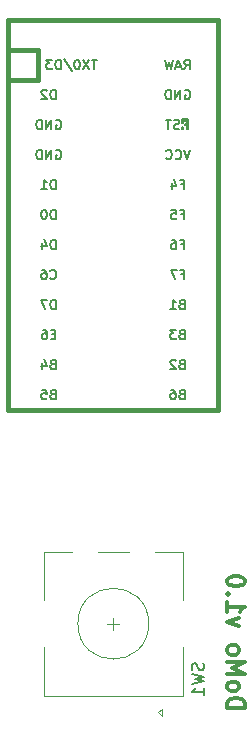
<source format=gbo>
G04 #@! TF.GenerationSoftware,KiCad,Pcbnew,(5.1.6-0-10_14)*
G04 #@! TF.CreationDate,2020-07-09T20:29:13-05:00*
G04 #@! TF.ProjectId,DoMo-pcb,446f4d6f-2d70-4636-922e-6b696361645f,rev?*
G04 #@! TF.SameCoordinates,Original*
G04 #@! TF.FileFunction,Legend,Bot*
G04 #@! TF.FilePolarity,Positive*
%FSLAX46Y46*%
G04 Gerber Fmt 4.6, Leading zero omitted, Abs format (unit mm)*
G04 Created by KiCad (PCBNEW (5.1.6-0-10_14)) date 2020-07-09 20:29:13*
%MOMM*%
%LPD*%
G01*
G04 APERTURE LIST*
%ADD10C,0.300000*%
%ADD11C,0.381000*%
%ADD12C,0.150000*%
%ADD13C,0.120000*%
%ADD14C,3.100000*%
%ADD15C,4.087800*%
%ADD16C,1.850000*%
%ADD17R,1.852600X1.852600*%
%ADD18C,1.852600*%
%ADD19R,2.100000X2.100000*%
%ADD20C,2.100000*%
%ADD21R,2.100000X3.300000*%
%ADD22O,1.800000X1.800000*%
%ADD23R,1.800000X1.800000*%
%ADD24C,2.300000*%
%ADD25R,1.878000X1.878000*%
%ADD26C,1.878000*%
G04 APERTURE END LIST*
D10*
X252527678Y-114279464D02*
X254027678Y-114279464D01*
X254027678Y-113922321D01*
X253956250Y-113708035D01*
X253813392Y-113565178D01*
X253670535Y-113493750D01*
X253384821Y-113422321D01*
X253170535Y-113422321D01*
X252884821Y-113493750D01*
X252741964Y-113565178D01*
X252599107Y-113708035D01*
X252527678Y-113922321D01*
X252527678Y-114279464D01*
X252527678Y-112565178D02*
X252599107Y-112708035D01*
X252670535Y-112779464D01*
X252813392Y-112850892D01*
X253241964Y-112850892D01*
X253384821Y-112779464D01*
X253456250Y-112708035D01*
X253527678Y-112565178D01*
X253527678Y-112350892D01*
X253456250Y-112208035D01*
X253384821Y-112136607D01*
X253241964Y-112065178D01*
X252813392Y-112065178D01*
X252670535Y-112136607D01*
X252599107Y-112208035D01*
X252527678Y-112350892D01*
X252527678Y-112565178D01*
X252527678Y-111422321D02*
X254027678Y-111422321D01*
X252956250Y-110922321D01*
X254027678Y-110422321D01*
X252527678Y-110422321D01*
X252527678Y-109493750D02*
X252599107Y-109636607D01*
X252670535Y-109708035D01*
X252813392Y-109779464D01*
X253241964Y-109779464D01*
X253384821Y-109708035D01*
X253456250Y-109636607D01*
X253527678Y-109493750D01*
X253527678Y-109279464D01*
X253456250Y-109136607D01*
X253384821Y-109065178D01*
X253241964Y-108993750D01*
X252813392Y-108993750D01*
X252670535Y-109065178D01*
X252599107Y-109136607D01*
X252527678Y-109279464D01*
X252527678Y-109493750D01*
X253527678Y-107350892D02*
X252527678Y-106993750D01*
X253527678Y-106636607D01*
X252527678Y-105279464D02*
X252527678Y-106136607D01*
X252527678Y-105708035D02*
X254027678Y-105708035D01*
X253813392Y-105850892D01*
X253670535Y-105993750D01*
X253599107Y-106136607D01*
X252670535Y-104636607D02*
X252599107Y-104565178D01*
X252527678Y-104636607D01*
X252599107Y-104708035D01*
X252670535Y-104636607D01*
X252527678Y-104636607D01*
X254027678Y-103636607D02*
X254027678Y-103493750D01*
X253956250Y-103350892D01*
X253884821Y-103279464D01*
X253741964Y-103208035D01*
X253456250Y-103136607D01*
X253099107Y-103136607D01*
X252813392Y-103208035D01*
X252670535Y-103279464D01*
X252599107Y-103350892D01*
X252527678Y-103493750D01*
X252527678Y-103636607D01*
X252599107Y-103779464D01*
X252670535Y-103850892D01*
X252813392Y-103922321D01*
X253099107Y-103993750D01*
X253456250Y-103993750D01*
X253741964Y-103922321D01*
X253884821Y-103850892D01*
X253956250Y-103779464D01*
X254027678Y-103636607D01*
D11*
X236537500Y-61118750D02*
X233997500Y-61118750D01*
X236537500Y-58578750D02*
X236537500Y-61118750D01*
D12*
G36*
X248932135Y-64867780D02*
G01*
X248932135Y-64967780D01*
X249032135Y-64967780D01*
X249032135Y-64867780D01*
X248932135Y-64867780D01*
G37*
X248932135Y-64867780D02*
X248932135Y-64967780D01*
X249032135Y-64967780D01*
X249032135Y-64867780D01*
X248932135Y-64867780D01*
G36*
X249132135Y-64467780D02*
G01*
X249132135Y-65267780D01*
X249232135Y-65267780D01*
X249232135Y-64467780D01*
X249132135Y-64467780D01*
G37*
X249132135Y-64467780D02*
X249132135Y-65267780D01*
X249232135Y-65267780D01*
X249232135Y-64467780D01*
X249132135Y-64467780D01*
G36*
X248732135Y-65067780D02*
G01*
X248732135Y-65267780D01*
X248832135Y-65267780D01*
X248832135Y-65067780D01*
X248732135Y-65067780D01*
G37*
X248732135Y-65067780D02*
X248732135Y-65267780D01*
X248832135Y-65267780D01*
X248832135Y-65067780D01*
X248732135Y-65067780D01*
G36*
X248732135Y-64467780D02*
G01*
X248732135Y-64767780D01*
X248832135Y-64767780D01*
X248832135Y-64467780D01*
X248732135Y-64467780D01*
G37*
X248732135Y-64467780D02*
X248732135Y-64767780D01*
X248832135Y-64767780D01*
X248832135Y-64467780D01*
X248732135Y-64467780D01*
G36*
X248732135Y-64467780D02*
G01*
X248732135Y-64567780D01*
X249232135Y-64567780D01*
X249232135Y-64467780D01*
X248732135Y-64467780D01*
G37*
X248732135Y-64467780D02*
X248732135Y-64567780D01*
X249232135Y-64567780D01*
X249232135Y-64467780D01*
X248732135Y-64467780D01*
D11*
X251777500Y-89058750D02*
X251777500Y-56038750D01*
X233997500Y-89058750D02*
X251777500Y-89058750D01*
X233997500Y-56038750D02*
X233997500Y-89058750D01*
X251777500Y-56038750D02*
X233997500Y-56038750D01*
X236537500Y-58578750D02*
X233997500Y-58578750D01*
D13*
X245887500Y-107156250D02*
G75*
G03*
X245887500Y-107156250I-3000000J0D01*
G01*
X248787500Y-105156250D02*
X248787500Y-101056250D01*
X236987500Y-101056250D02*
X236987500Y-105156250D01*
X236987500Y-109156250D02*
X236987500Y-113256250D01*
X248787500Y-109156250D02*
X248787500Y-113256250D01*
X248787500Y-113256250D02*
X236987500Y-113256250D01*
X246687500Y-114656250D02*
X246987500Y-114956250D01*
X246987500Y-114956250D02*
X246987500Y-114356250D01*
X246987500Y-114356250D02*
X246687500Y-114656250D01*
X248787500Y-101056250D02*
X246387500Y-101056250D01*
X244187500Y-101056250D02*
X241587500Y-101056250D01*
X239387500Y-101056250D02*
X236987500Y-101056250D01*
X243387500Y-107156250D02*
X242387500Y-107156250D01*
X242887500Y-107656250D02*
X242887500Y-106656250D01*
D12*
X238016976Y-62750654D02*
X238016976Y-61950654D01*
X237826500Y-61950654D01*
X237712214Y-61988750D01*
X237636023Y-62064940D01*
X237597928Y-62141130D01*
X237559833Y-62293511D01*
X237559833Y-62407797D01*
X237597928Y-62560178D01*
X237636023Y-62636369D01*
X237712214Y-62712559D01*
X237826500Y-62750654D01*
X238016976Y-62750654D01*
X237255071Y-62026845D02*
X237216976Y-61988750D01*
X237140785Y-61950654D01*
X236950309Y-61950654D01*
X236874119Y-61988750D01*
X236836023Y-62026845D01*
X236797928Y-62103035D01*
X236797928Y-62179226D01*
X236836023Y-62293511D01*
X237293166Y-62750654D01*
X236797928Y-62750654D01*
X238016976Y-72910654D02*
X238016976Y-72110654D01*
X237826500Y-72110654D01*
X237712214Y-72148750D01*
X237636023Y-72224940D01*
X237597928Y-72301130D01*
X237559833Y-72453511D01*
X237559833Y-72567797D01*
X237597928Y-72720178D01*
X237636023Y-72796369D01*
X237712214Y-72872559D01*
X237826500Y-72910654D01*
X238016976Y-72910654D01*
X237064595Y-72110654D02*
X236988404Y-72110654D01*
X236912214Y-72148750D01*
X236874119Y-72186845D01*
X236836023Y-72263035D01*
X236797928Y-72415416D01*
X236797928Y-72605892D01*
X236836023Y-72758273D01*
X236874119Y-72834464D01*
X236912214Y-72872559D01*
X236988404Y-72910654D01*
X237064595Y-72910654D01*
X237140785Y-72872559D01*
X237178880Y-72834464D01*
X237216976Y-72758273D01*
X237255071Y-72605892D01*
X237255071Y-72415416D01*
X237216976Y-72263035D01*
X237178880Y-72186845D01*
X237140785Y-72148750D01*
X237064595Y-72110654D01*
X238016976Y-70370654D02*
X238016976Y-69570654D01*
X237826500Y-69570654D01*
X237712214Y-69608750D01*
X237636023Y-69684940D01*
X237597928Y-69761130D01*
X237559833Y-69913511D01*
X237559833Y-70027797D01*
X237597928Y-70180178D01*
X237636023Y-70256369D01*
X237712214Y-70332559D01*
X237826500Y-70370654D01*
X238016976Y-70370654D01*
X236797928Y-70370654D02*
X237255071Y-70370654D01*
X237026500Y-70370654D02*
X237026500Y-69570654D01*
X237102690Y-69684940D01*
X237178880Y-69761130D01*
X237255071Y-69799226D01*
X238036023Y-67068750D02*
X238112214Y-67030654D01*
X238226500Y-67030654D01*
X238340785Y-67068750D01*
X238416976Y-67144940D01*
X238455071Y-67221130D01*
X238493166Y-67373511D01*
X238493166Y-67487797D01*
X238455071Y-67640178D01*
X238416976Y-67716369D01*
X238340785Y-67792559D01*
X238226500Y-67830654D01*
X238150309Y-67830654D01*
X238036023Y-67792559D01*
X237997928Y-67754464D01*
X237997928Y-67487797D01*
X238150309Y-67487797D01*
X237655071Y-67830654D02*
X237655071Y-67030654D01*
X237197928Y-67830654D01*
X237197928Y-67030654D01*
X236816976Y-67830654D02*
X236816976Y-67030654D01*
X236626500Y-67030654D01*
X236512214Y-67068750D01*
X236436023Y-67144940D01*
X236397928Y-67221130D01*
X236359833Y-67373511D01*
X236359833Y-67487797D01*
X236397928Y-67640178D01*
X236436023Y-67716369D01*
X236512214Y-67792559D01*
X236626500Y-67830654D01*
X236816976Y-67830654D01*
X238036023Y-64528750D02*
X238112214Y-64490654D01*
X238226500Y-64490654D01*
X238340785Y-64528750D01*
X238416976Y-64604940D01*
X238455071Y-64681130D01*
X238493166Y-64833511D01*
X238493166Y-64947797D01*
X238455071Y-65100178D01*
X238416976Y-65176369D01*
X238340785Y-65252559D01*
X238226500Y-65290654D01*
X238150309Y-65290654D01*
X238036023Y-65252559D01*
X237997928Y-65214464D01*
X237997928Y-64947797D01*
X238150309Y-64947797D01*
X237655071Y-65290654D02*
X237655071Y-64490654D01*
X237197928Y-65290654D01*
X237197928Y-64490654D01*
X236816976Y-65290654D02*
X236816976Y-64490654D01*
X236626500Y-64490654D01*
X236512214Y-64528750D01*
X236436023Y-64604940D01*
X236397928Y-64681130D01*
X236359833Y-64833511D01*
X236359833Y-64947797D01*
X236397928Y-65100178D01*
X236436023Y-65176369D01*
X236512214Y-65252559D01*
X236626500Y-65290654D01*
X236816976Y-65290654D01*
X238016976Y-75450654D02*
X238016976Y-74650654D01*
X237826500Y-74650654D01*
X237712214Y-74688750D01*
X237636023Y-74764940D01*
X237597928Y-74841130D01*
X237559833Y-74993511D01*
X237559833Y-75107797D01*
X237597928Y-75260178D01*
X237636023Y-75336369D01*
X237712214Y-75412559D01*
X237826500Y-75450654D01*
X238016976Y-75450654D01*
X236874119Y-74917321D02*
X236874119Y-75450654D01*
X237064595Y-74612559D02*
X237255071Y-75183988D01*
X236759833Y-75183988D01*
X237559833Y-77914464D02*
X237597928Y-77952559D01*
X237712214Y-77990654D01*
X237788404Y-77990654D01*
X237902690Y-77952559D01*
X237978880Y-77876369D01*
X238016976Y-77800178D01*
X238055071Y-77647797D01*
X238055071Y-77533511D01*
X238016976Y-77381130D01*
X237978880Y-77304940D01*
X237902690Y-77228750D01*
X237788404Y-77190654D01*
X237712214Y-77190654D01*
X237597928Y-77228750D01*
X237559833Y-77266845D01*
X236874119Y-77190654D02*
X237026500Y-77190654D01*
X237102690Y-77228750D01*
X237140785Y-77266845D01*
X237216976Y-77381130D01*
X237255071Y-77533511D01*
X237255071Y-77838273D01*
X237216976Y-77914464D01*
X237178880Y-77952559D01*
X237102690Y-77990654D01*
X236950309Y-77990654D01*
X236874119Y-77952559D01*
X236836023Y-77914464D01*
X236797928Y-77838273D01*
X236797928Y-77647797D01*
X236836023Y-77571607D01*
X236874119Y-77533511D01*
X236950309Y-77495416D01*
X237102690Y-77495416D01*
X237178880Y-77533511D01*
X237216976Y-77571607D01*
X237255071Y-77647797D01*
X238016976Y-80530654D02*
X238016976Y-79730654D01*
X237826500Y-79730654D01*
X237712214Y-79768750D01*
X237636023Y-79844940D01*
X237597928Y-79921130D01*
X237559833Y-80073511D01*
X237559833Y-80187797D01*
X237597928Y-80340178D01*
X237636023Y-80416369D01*
X237712214Y-80492559D01*
X237826500Y-80530654D01*
X238016976Y-80530654D01*
X237293166Y-79730654D02*
X236759833Y-79730654D01*
X237102690Y-80530654D01*
X237978880Y-82651607D02*
X237712214Y-82651607D01*
X237597928Y-83070654D02*
X237978880Y-83070654D01*
X237978880Y-82270654D01*
X237597928Y-82270654D01*
X236912214Y-82270654D02*
X237064595Y-82270654D01*
X237140785Y-82308750D01*
X237178880Y-82346845D01*
X237255071Y-82461130D01*
X237293166Y-82613511D01*
X237293166Y-82918273D01*
X237255071Y-82994464D01*
X237216976Y-83032559D01*
X237140785Y-83070654D01*
X236988404Y-83070654D01*
X236912214Y-83032559D01*
X236874119Y-82994464D01*
X236836023Y-82918273D01*
X236836023Y-82727797D01*
X236874119Y-82651607D01*
X236912214Y-82613511D01*
X236988404Y-82575416D01*
X237140785Y-82575416D01*
X237216976Y-82613511D01*
X237255071Y-82651607D01*
X237293166Y-82727797D01*
X237750309Y-85191607D02*
X237636023Y-85229702D01*
X237597928Y-85267797D01*
X237559833Y-85343988D01*
X237559833Y-85458273D01*
X237597928Y-85534464D01*
X237636023Y-85572559D01*
X237712214Y-85610654D01*
X238016976Y-85610654D01*
X238016976Y-84810654D01*
X237750309Y-84810654D01*
X237674119Y-84848750D01*
X237636023Y-84886845D01*
X237597928Y-84963035D01*
X237597928Y-85039226D01*
X237636023Y-85115416D01*
X237674119Y-85153511D01*
X237750309Y-85191607D01*
X238016976Y-85191607D01*
X236874119Y-85077321D02*
X236874119Y-85610654D01*
X237064595Y-84772559D02*
X237255071Y-85343988D01*
X236759833Y-85343988D01*
X237750309Y-87731607D02*
X237636023Y-87769702D01*
X237597928Y-87807797D01*
X237559833Y-87883988D01*
X237559833Y-87998273D01*
X237597928Y-88074464D01*
X237636023Y-88112559D01*
X237712214Y-88150654D01*
X238016976Y-88150654D01*
X238016976Y-87350654D01*
X237750309Y-87350654D01*
X237674119Y-87388750D01*
X237636023Y-87426845D01*
X237597928Y-87503035D01*
X237597928Y-87579226D01*
X237636023Y-87655416D01*
X237674119Y-87693511D01*
X237750309Y-87731607D01*
X238016976Y-87731607D01*
X236836023Y-87350654D02*
X237216976Y-87350654D01*
X237255071Y-87731607D01*
X237216976Y-87693511D01*
X237140785Y-87655416D01*
X236950309Y-87655416D01*
X236874119Y-87693511D01*
X236836023Y-87731607D01*
X236797928Y-87807797D01*
X236797928Y-87998273D01*
X236836023Y-88074464D01*
X236874119Y-88112559D01*
X236950309Y-88150654D01*
X237140785Y-88150654D01*
X237216976Y-88112559D01*
X237255071Y-88074464D01*
X248672309Y-87731607D02*
X248558023Y-87769702D01*
X248519928Y-87807797D01*
X248481833Y-87883988D01*
X248481833Y-87998273D01*
X248519928Y-88074464D01*
X248558023Y-88112559D01*
X248634214Y-88150654D01*
X248938976Y-88150654D01*
X248938976Y-87350654D01*
X248672309Y-87350654D01*
X248596119Y-87388750D01*
X248558023Y-87426845D01*
X248519928Y-87503035D01*
X248519928Y-87579226D01*
X248558023Y-87655416D01*
X248596119Y-87693511D01*
X248672309Y-87731607D01*
X248938976Y-87731607D01*
X247796119Y-87350654D02*
X247948500Y-87350654D01*
X248024690Y-87388750D01*
X248062785Y-87426845D01*
X248138976Y-87541130D01*
X248177071Y-87693511D01*
X248177071Y-87998273D01*
X248138976Y-88074464D01*
X248100880Y-88112559D01*
X248024690Y-88150654D01*
X247872309Y-88150654D01*
X247796119Y-88112559D01*
X247758023Y-88074464D01*
X247719928Y-87998273D01*
X247719928Y-87807797D01*
X247758023Y-87731607D01*
X247796119Y-87693511D01*
X247872309Y-87655416D01*
X248024690Y-87655416D01*
X248100880Y-87693511D01*
X248138976Y-87731607D01*
X248177071Y-87807797D01*
X248672309Y-82651607D02*
X248558023Y-82689702D01*
X248519928Y-82727797D01*
X248481833Y-82803988D01*
X248481833Y-82918273D01*
X248519928Y-82994464D01*
X248558023Y-83032559D01*
X248634214Y-83070654D01*
X248938976Y-83070654D01*
X248938976Y-82270654D01*
X248672309Y-82270654D01*
X248596119Y-82308750D01*
X248558023Y-82346845D01*
X248519928Y-82423035D01*
X248519928Y-82499226D01*
X248558023Y-82575416D01*
X248596119Y-82613511D01*
X248672309Y-82651607D01*
X248938976Y-82651607D01*
X248215166Y-82270654D02*
X247719928Y-82270654D01*
X247986595Y-82575416D01*
X247872309Y-82575416D01*
X247796119Y-82613511D01*
X247758023Y-82651607D01*
X247719928Y-82727797D01*
X247719928Y-82918273D01*
X247758023Y-82994464D01*
X247796119Y-83032559D01*
X247872309Y-83070654D01*
X248100880Y-83070654D01*
X248177071Y-83032559D01*
X248215166Y-82994464D01*
X248672309Y-80111607D02*
X248558023Y-80149702D01*
X248519928Y-80187797D01*
X248481833Y-80263988D01*
X248481833Y-80378273D01*
X248519928Y-80454464D01*
X248558023Y-80492559D01*
X248634214Y-80530654D01*
X248938976Y-80530654D01*
X248938976Y-79730654D01*
X248672309Y-79730654D01*
X248596119Y-79768750D01*
X248558023Y-79806845D01*
X248519928Y-79883035D01*
X248519928Y-79959226D01*
X248558023Y-80035416D01*
X248596119Y-80073511D01*
X248672309Y-80111607D01*
X248938976Y-80111607D01*
X247719928Y-80530654D02*
X248177071Y-80530654D01*
X247948500Y-80530654D02*
X247948500Y-79730654D01*
X248024690Y-79844940D01*
X248100880Y-79921130D01*
X248177071Y-79959226D01*
X248615166Y-69951607D02*
X248881833Y-69951607D01*
X248881833Y-70370654D02*
X248881833Y-69570654D01*
X248500880Y-69570654D01*
X247853261Y-69837321D02*
X247853261Y-70370654D01*
X248043738Y-69532559D02*
X248234214Y-70103988D01*
X247738976Y-70103988D01*
X249415166Y-67030654D02*
X249148500Y-67830654D01*
X248881833Y-67030654D01*
X248158023Y-67754464D02*
X248196119Y-67792559D01*
X248310404Y-67830654D01*
X248386595Y-67830654D01*
X248500880Y-67792559D01*
X248577071Y-67716369D01*
X248615166Y-67640178D01*
X248653261Y-67487797D01*
X248653261Y-67373511D01*
X248615166Y-67221130D01*
X248577071Y-67144940D01*
X248500880Y-67068750D01*
X248386595Y-67030654D01*
X248310404Y-67030654D01*
X248196119Y-67068750D01*
X248158023Y-67106845D01*
X247358023Y-67754464D02*
X247396119Y-67792559D01*
X247510404Y-67830654D01*
X247586595Y-67830654D01*
X247700880Y-67792559D01*
X247777071Y-67716369D01*
X247815166Y-67640178D01*
X247853261Y-67487797D01*
X247853261Y-67373511D01*
X247815166Y-67221130D01*
X247777071Y-67144940D01*
X247700880Y-67068750D01*
X247586595Y-67030654D01*
X247510404Y-67030654D01*
X247396119Y-67068750D01*
X247358023Y-67106845D01*
X248958023Y-61988750D02*
X249034214Y-61950654D01*
X249148500Y-61950654D01*
X249262785Y-61988750D01*
X249338976Y-62064940D01*
X249377071Y-62141130D01*
X249415166Y-62293511D01*
X249415166Y-62407797D01*
X249377071Y-62560178D01*
X249338976Y-62636369D01*
X249262785Y-62712559D01*
X249148500Y-62750654D01*
X249072309Y-62750654D01*
X248958023Y-62712559D01*
X248919928Y-62674464D01*
X248919928Y-62407797D01*
X249072309Y-62407797D01*
X248577071Y-62750654D02*
X248577071Y-61950654D01*
X248119928Y-62750654D01*
X248119928Y-61950654D01*
X247738976Y-62750654D02*
X247738976Y-61950654D01*
X247548500Y-61950654D01*
X247434214Y-61988750D01*
X247358023Y-62064940D01*
X247319928Y-62141130D01*
X247281833Y-62293511D01*
X247281833Y-62407797D01*
X247319928Y-62560178D01*
X247358023Y-62636369D01*
X247434214Y-62712559D01*
X247548500Y-62750654D01*
X247738976Y-62750654D01*
X248900880Y-60210654D02*
X249167547Y-59829702D01*
X249358023Y-60210654D02*
X249358023Y-59410654D01*
X249053261Y-59410654D01*
X248977071Y-59448750D01*
X248938976Y-59486845D01*
X248900880Y-59563035D01*
X248900880Y-59677321D01*
X248938976Y-59753511D01*
X248977071Y-59791607D01*
X249053261Y-59829702D01*
X249358023Y-59829702D01*
X248596119Y-59982083D02*
X248215166Y-59982083D01*
X248672309Y-60210654D02*
X248405642Y-59410654D01*
X248138976Y-60210654D01*
X247948500Y-59410654D02*
X247758023Y-60210654D01*
X247605642Y-59639226D01*
X247453261Y-60210654D01*
X247262785Y-59410654D01*
X248615166Y-72491607D02*
X248881833Y-72491607D01*
X248881833Y-72910654D02*
X248881833Y-72110654D01*
X248500880Y-72110654D01*
X247815166Y-72110654D02*
X248196119Y-72110654D01*
X248234214Y-72491607D01*
X248196119Y-72453511D01*
X248119928Y-72415416D01*
X247929452Y-72415416D01*
X247853261Y-72453511D01*
X247815166Y-72491607D01*
X247777071Y-72567797D01*
X247777071Y-72758273D01*
X247815166Y-72834464D01*
X247853261Y-72872559D01*
X247929452Y-72910654D01*
X248119928Y-72910654D01*
X248196119Y-72872559D01*
X248234214Y-72834464D01*
X248615166Y-75031607D02*
X248881833Y-75031607D01*
X248881833Y-75450654D02*
X248881833Y-74650654D01*
X248500880Y-74650654D01*
X247853261Y-74650654D02*
X248005642Y-74650654D01*
X248081833Y-74688750D01*
X248119928Y-74726845D01*
X248196119Y-74841130D01*
X248234214Y-74993511D01*
X248234214Y-75298273D01*
X248196119Y-75374464D01*
X248158023Y-75412559D01*
X248081833Y-75450654D01*
X247929452Y-75450654D01*
X247853261Y-75412559D01*
X247815166Y-75374464D01*
X247777071Y-75298273D01*
X247777071Y-75107797D01*
X247815166Y-75031607D01*
X247853261Y-74993511D01*
X247929452Y-74955416D01*
X248081833Y-74955416D01*
X248158023Y-74993511D01*
X248196119Y-75031607D01*
X248234214Y-75107797D01*
X248615166Y-77571607D02*
X248881833Y-77571607D01*
X248881833Y-77990654D02*
X248881833Y-77190654D01*
X248500880Y-77190654D01*
X248272309Y-77190654D02*
X247738976Y-77190654D01*
X248081833Y-77990654D01*
X248672309Y-85191607D02*
X248558023Y-85229702D01*
X248519928Y-85267797D01*
X248481833Y-85343988D01*
X248481833Y-85458273D01*
X248519928Y-85534464D01*
X248558023Y-85572559D01*
X248634214Y-85610654D01*
X248938976Y-85610654D01*
X248938976Y-84810654D01*
X248672309Y-84810654D01*
X248596119Y-84848750D01*
X248558023Y-84886845D01*
X248519928Y-84963035D01*
X248519928Y-85039226D01*
X248558023Y-85115416D01*
X248596119Y-85153511D01*
X248672309Y-85191607D01*
X248938976Y-85191607D01*
X248177071Y-84886845D02*
X248138976Y-84848750D01*
X248062785Y-84810654D01*
X247872309Y-84810654D01*
X247796119Y-84848750D01*
X247758023Y-84886845D01*
X247719928Y-84963035D01*
X247719928Y-85039226D01*
X247758023Y-85153511D01*
X248215166Y-85610654D01*
X247719928Y-85610654D01*
X241506104Y-59410654D02*
X241048961Y-59410654D01*
X241277532Y-60210654D02*
X241277532Y-59410654D01*
X240858485Y-59410654D02*
X240325151Y-60210654D01*
X240325151Y-59410654D02*
X240858485Y-60210654D01*
X239868008Y-59410654D02*
X239791818Y-59410654D01*
X239715628Y-59448750D01*
X239677532Y-59486845D01*
X239639437Y-59563035D01*
X239601342Y-59715416D01*
X239601342Y-59905892D01*
X239639437Y-60058273D01*
X239677532Y-60134464D01*
X239715628Y-60172559D01*
X239791818Y-60210654D01*
X239868008Y-60210654D01*
X239944199Y-60172559D01*
X239982294Y-60134464D01*
X240020389Y-60058273D01*
X240058485Y-59905892D01*
X240058485Y-59715416D01*
X240020389Y-59563035D01*
X239982294Y-59486845D01*
X239944199Y-59448750D01*
X239868008Y-59410654D01*
X238687056Y-59372559D02*
X239372770Y-60401130D01*
X238420389Y-60210654D02*
X238420389Y-59410654D01*
X238229913Y-59410654D01*
X238115628Y-59448750D01*
X238039437Y-59524940D01*
X238001342Y-59601130D01*
X237963247Y-59753511D01*
X237963247Y-59867797D01*
X238001342Y-60020178D01*
X238039437Y-60096369D01*
X238115628Y-60172559D01*
X238229913Y-60210654D01*
X238420389Y-60210654D01*
X237696580Y-59410654D02*
X237201342Y-59410654D01*
X237468008Y-59715416D01*
X237353723Y-59715416D01*
X237277532Y-59753511D01*
X237239437Y-59791607D01*
X237201342Y-59867797D01*
X237201342Y-60058273D01*
X237239437Y-60134464D01*
X237277532Y-60172559D01*
X237353723Y-60210654D01*
X237582294Y-60210654D01*
X237658485Y-60172559D01*
X237696580Y-60134464D01*
X248460833Y-65232559D02*
X248346547Y-65270654D01*
X248156071Y-65270654D01*
X248079880Y-65232559D01*
X248041785Y-65194464D01*
X248003690Y-65118273D01*
X248003690Y-65042083D01*
X248041785Y-64965892D01*
X248079880Y-64927797D01*
X248156071Y-64889702D01*
X248308452Y-64851607D01*
X248384642Y-64813511D01*
X248422738Y-64775416D01*
X248460833Y-64699226D01*
X248460833Y-64623035D01*
X248422738Y-64546845D01*
X248384642Y-64508750D01*
X248308452Y-64470654D01*
X248117976Y-64470654D01*
X248003690Y-64508750D01*
X247775119Y-64470654D02*
X247317976Y-64470654D01*
X247546547Y-65270654D02*
X247546547Y-64470654D01*
X250492261Y-110522916D02*
X250539880Y-110665773D01*
X250539880Y-110903869D01*
X250492261Y-110999107D01*
X250444642Y-111046726D01*
X250349404Y-111094345D01*
X250254166Y-111094345D01*
X250158928Y-111046726D01*
X250111309Y-110999107D01*
X250063690Y-110903869D01*
X250016071Y-110713392D01*
X249968452Y-110618154D01*
X249920833Y-110570535D01*
X249825595Y-110522916D01*
X249730357Y-110522916D01*
X249635119Y-110570535D01*
X249587500Y-110618154D01*
X249539880Y-110713392D01*
X249539880Y-110951488D01*
X249587500Y-111094345D01*
X249539880Y-111427678D02*
X250539880Y-111665773D01*
X249825595Y-111856250D01*
X250539880Y-112046726D01*
X249539880Y-112284821D01*
X250539880Y-113189583D02*
X250539880Y-112618154D01*
X250539880Y-112903869D02*
X249539880Y-112903869D01*
X249682738Y-112808630D01*
X249777976Y-112713392D01*
X249825595Y-112618154D01*
%LPC*%
D14*
X202247500Y-83026250D03*
D15*
X204787500Y-88106250D03*
D14*
X208597500Y-85566250D03*
D16*
X209867500Y-88106250D03*
X199707500Y-88106250D03*
D17*
X235267500Y-59848750D03*
D18*
X235267500Y-62388750D03*
X235267500Y-64928750D03*
X235267500Y-67468750D03*
X235267500Y-70008750D03*
X235267500Y-72548750D03*
X235267500Y-75088750D03*
X235267500Y-77628750D03*
X235267500Y-80168750D03*
X235267500Y-82708750D03*
X235267500Y-85248750D03*
X250507500Y-87788750D03*
X250507500Y-85248750D03*
X250507500Y-82708750D03*
X250507500Y-80168750D03*
X250507500Y-77628750D03*
X250507500Y-75088750D03*
X250507500Y-72548750D03*
X250507500Y-70008750D03*
X250507500Y-67468750D03*
X250507500Y-64928750D03*
X250507500Y-62388750D03*
X235267500Y-87788750D03*
X250507500Y-59848750D03*
D14*
X183197500Y-102076250D03*
D15*
X185737500Y-107156250D03*
D14*
X189547500Y-104616250D03*
D16*
X190817500Y-107156250D03*
X180657500Y-107156250D03*
D14*
X202247500Y-102076250D03*
D15*
X204787500Y-107156250D03*
D14*
X208597500Y-104616250D03*
D16*
X209867500Y-107156250D03*
X199707500Y-107156250D03*
D14*
X221297500Y-102076250D03*
D15*
X223837500Y-107156250D03*
D14*
X227647500Y-104616250D03*
D16*
X228917500Y-107156250D03*
X218757500Y-107156250D03*
D14*
X183197500Y-83026250D03*
D15*
X185737500Y-88106250D03*
D14*
X189547500Y-85566250D03*
D16*
X190817500Y-88106250D03*
X180657500Y-88106250D03*
D14*
X221297500Y-83026250D03*
D15*
X223837500Y-88106250D03*
D14*
X227647500Y-85566250D03*
D16*
X228917500Y-88106250D03*
X218757500Y-88106250D03*
D14*
X183197500Y-63976250D03*
D15*
X185737500Y-69056250D03*
D14*
X189547500Y-66516250D03*
D16*
X190817500Y-69056250D03*
X180657500Y-69056250D03*
D14*
X202247500Y-63976250D03*
D15*
X204787500Y-69056250D03*
D14*
X208597500Y-66516250D03*
D16*
X209867500Y-69056250D03*
X199707500Y-69056250D03*
D14*
X221297500Y-63976250D03*
D15*
X223837500Y-69056250D03*
D14*
X227647500Y-66516250D03*
D16*
X228917500Y-69056250D03*
X218757500Y-69056250D03*
D19*
X245387500Y-114656250D03*
D20*
X242887500Y-114656250D03*
X240387500Y-114656250D03*
D21*
X248487500Y-107156250D03*
X237287500Y-107156250D03*
D20*
X245387500Y-100156250D03*
X240387500Y-100156250D03*
X250342400Y-93093400D03*
X254842400Y-93093400D03*
X250342400Y-99593400D03*
X254842400Y-99593400D03*
D22*
X239236250Y-92868750D03*
X241776250Y-92868750D03*
X244316250Y-92868750D03*
D23*
X246856250Y-92868750D03*
D24*
X254000000Y-118268750D03*
X254000000Y-57943750D03*
X173831250Y-57943750D03*
X173831250Y-118268750D03*
D25*
X189706250Y-112712500D03*
D26*
X182086250Y-112712500D03*
D25*
X208756250Y-112712500D03*
D26*
X201136250Y-112712500D03*
D25*
X227806250Y-112712500D03*
D26*
X220186250Y-112712500D03*
X239268000Y-97510600D03*
D25*
X246888000Y-97510600D03*
X189706250Y-93662500D03*
D26*
X182086250Y-93662500D03*
X201136250Y-93662500D03*
D25*
X208756250Y-93662500D03*
D26*
X220186250Y-93662500D03*
D25*
X227806250Y-93662500D03*
X189706250Y-74612500D03*
D26*
X182086250Y-74612500D03*
X201136250Y-74612500D03*
D25*
X208756250Y-74612500D03*
D26*
X220186250Y-74612500D03*
D25*
X227806250Y-74612500D03*
M02*

</source>
